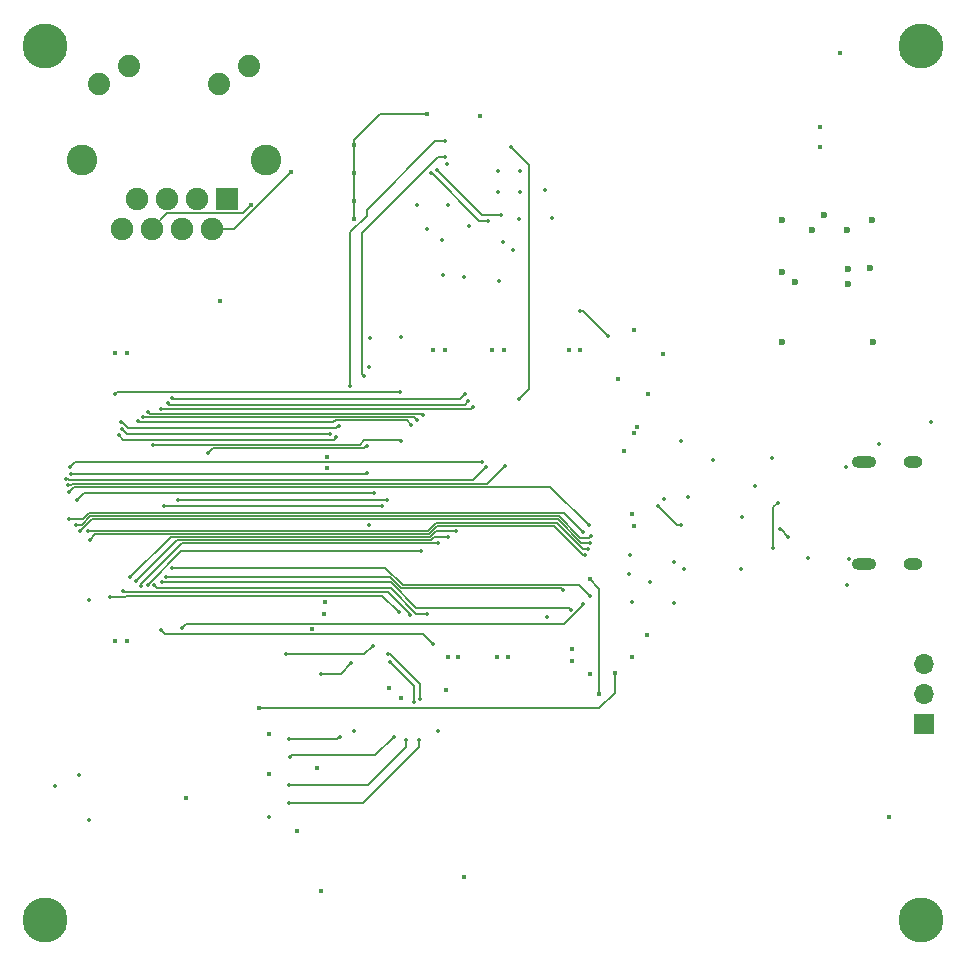
<source format=gbl>
G04 #@! TF.GenerationSoftware,KiCad,Pcbnew,8.0.5-1.fc40*
G04 #@! TF.CreationDate,2024-10-08T11:32:39-07:00*
G04 #@! TF.ProjectId,stm32simh,73746d33-3273-4696-9d68-2e6b69636164,rev?*
G04 #@! TF.SameCoordinates,Original*
G04 #@! TF.FileFunction,Copper,L4,Bot*
G04 #@! TF.FilePolarity,Positive*
%FSLAX46Y46*%
G04 Gerber Fmt 4.6, Leading zero omitted, Abs format (unit mm)*
G04 Created by KiCad (PCBNEW 8.0.5-1.fc40) date 2024-10-08 11:32:39*
%MOMM*%
%LPD*%
G01*
G04 APERTURE LIST*
G04 #@! TA.AperFunction,ComponentPad*
%ADD10C,3.800000*%
G04 #@! TD*
G04 #@! TA.AperFunction,ComponentPad*
%ADD11R,1.700000X1.700000*%
G04 #@! TD*
G04 #@! TA.AperFunction,ComponentPad*
%ADD12O,1.700000X1.700000*%
G04 #@! TD*
G04 #@! TA.AperFunction,ComponentPad*
%ADD13O,2.100000X1.000000*%
G04 #@! TD*
G04 #@! TA.AperFunction,ComponentPad*
%ADD14O,1.600000X1.000000*%
G04 #@! TD*
G04 #@! TA.AperFunction,ComponentPad*
%ADD15C,1.890000*%
G04 #@! TD*
G04 #@! TA.AperFunction,ComponentPad*
%ADD16R,1.900000X1.900000*%
G04 #@! TD*
G04 #@! TA.AperFunction,ComponentPad*
%ADD17C,1.900000*%
G04 #@! TD*
G04 #@! TA.AperFunction,ComponentPad*
%ADD18C,2.600000*%
G04 #@! TD*
G04 #@! TA.AperFunction,ViaPad*
%ADD19C,0.350000*%
G04 #@! TD*
G04 #@! TA.AperFunction,ViaPad*
%ADD20C,0.450000*%
G04 #@! TD*
G04 #@! TA.AperFunction,ViaPad*
%ADD21C,0.600000*%
G04 #@! TD*
G04 #@! TA.AperFunction,Conductor*
%ADD22C,0.203200*%
G04 #@! TD*
G04 #@! TA.AperFunction,Conductor*
%ADD23C,0.152400*%
G04 #@! TD*
G04 #@! TA.AperFunction,Conductor*
%ADD24C,0.127000*%
G04 #@! TD*
G04 APERTURE END LIST*
D10*
X186200000Y-30900000D03*
D11*
X186500000Y-88330000D03*
D12*
X186500000Y-85790000D03*
X186500000Y-83250000D03*
D13*
X181395000Y-74820000D03*
D14*
X185575000Y-74820000D03*
D13*
X181395000Y-66180000D03*
D14*
X185575000Y-66180000D03*
D15*
X116675000Y-34150000D03*
X119215000Y-32630000D03*
X126785000Y-34150000D03*
X129325000Y-32630000D03*
D16*
X127445000Y-43870000D03*
D17*
X126175000Y-46410000D03*
X124905000Y-43870000D03*
X123635000Y-46410000D03*
X122365000Y-43870000D03*
X121095000Y-46410000D03*
X119825000Y-43870000D03*
X118555000Y-46410000D03*
D18*
X130775000Y-40580000D03*
X115225000Y-40580000D03*
D10*
X112100000Y-30900000D03*
X112100000Y-104900000D03*
X186200000Y-104900000D03*
D19*
X142200000Y-55600000D03*
D20*
X183500000Y-96200000D03*
D21*
X182094800Y-45663600D03*
D20*
X135900000Y-65700000D03*
X162200000Y-63200000D03*
X161900000Y-63700000D03*
D19*
X139500000Y-71500000D03*
D20*
X142200000Y-86100000D03*
D19*
X171100000Y-70800000D03*
D20*
X133400000Y-97400000D03*
D19*
X155000000Y-45480000D03*
X182700000Y-64600000D03*
D21*
X174424000Y-55976000D03*
D20*
X179400000Y-31500000D03*
X119000000Y-56900000D03*
X146000000Y-85500000D03*
X126900000Y-52500000D03*
X161800000Y-82700000D03*
D19*
X163300000Y-76300000D03*
X152200000Y-45600000D03*
X115799998Y-77800000D03*
X147500000Y-50500000D03*
X187100000Y-62799992D03*
X161600000Y-74000000D03*
D20*
X147500000Y-101300000D03*
D19*
X152300000Y-43300000D03*
D20*
X119000000Y-81300000D03*
D19*
X173648800Y-65800000D03*
D20*
X135100000Y-92100000D03*
D19*
X145295000Y-88900000D03*
D20*
X164400000Y-57000000D03*
X134700000Y-80300000D03*
D19*
X151700000Y-48200000D03*
X165300000Y-74600000D03*
X168600000Y-66000000D03*
D20*
X157400000Y-56700000D03*
D19*
X143600000Y-44400000D03*
D20*
X177700000Y-37800000D03*
D19*
X115800000Y-96500000D03*
X161500000Y-75600000D03*
D20*
X135800000Y-78000000D03*
D19*
X165900000Y-64400000D03*
X150500000Y-50800000D03*
X166500000Y-69100000D03*
D21*
X174474800Y-50032400D03*
D20*
X150900000Y-56700000D03*
D19*
X150800000Y-47500000D03*
X172200000Y-68200000D03*
X150400000Y-41500000D03*
X146100000Y-40900000D03*
X146200000Y-44400000D03*
D21*
X174497790Y-45649002D03*
D20*
X150300000Y-82700000D03*
X148900000Y-36900000D03*
D21*
X177980000Y-45206400D03*
D19*
X145800000Y-50300000D03*
X148000000Y-46200000D03*
D20*
X161900000Y-71600000D03*
D19*
X150400000Y-43300000D03*
X179900000Y-66600000D03*
X145700000Y-47400000D03*
D20*
X145900000Y-56700000D03*
D19*
X138245000Y-88900002D03*
X161800000Y-78000000D03*
X180100000Y-74400000D03*
X154600000Y-79300000D03*
D21*
X181891600Y-49727600D03*
D20*
X146200000Y-82700000D03*
X156700000Y-83000000D03*
D19*
X176649994Y-74249994D03*
D21*
X182196400Y-55976000D03*
D19*
X165300000Y-78100000D03*
X180000000Y-76600000D03*
D20*
X124000000Y-94600000D03*
D19*
X152300000Y-41500000D03*
X139600000Y-55700000D03*
D20*
X135400000Y-102500000D03*
D19*
X112900000Y-93600000D03*
D20*
X177700000Y-39500000D03*
D19*
X131000000Y-96200000D03*
D20*
X163000000Y-80800000D03*
X163100000Y-60400000D03*
D19*
X114900000Y-92700000D03*
X144400000Y-46400000D03*
D20*
X161900000Y-55000000D03*
X130990000Y-89200000D03*
X118000000Y-56900000D03*
D19*
X171000000Y-75200000D03*
D20*
X118000000Y-81300000D03*
D19*
X166200000Y-75200000D03*
D21*
X179995400Y-46476400D03*
D20*
X158200000Y-84100000D03*
X130990000Y-92600000D03*
D19*
X164500000Y-69300000D03*
D20*
X141200000Y-85300000D03*
D21*
X180062800Y-51099200D03*
X176964000Y-46527200D03*
D19*
X154400000Y-43100000D03*
D21*
X180062800Y-49778400D03*
X175592400Y-50946800D03*
D20*
X130173400Y-87026584D03*
X160300000Y-84000000D03*
D19*
X174099996Y-69600000D03*
X173700000Y-73400000D03*
D20*
X144400000Y-36700000D03*
X138200000Y-44100000D03*
X138200000Y-39300000D03*
X138200000Y-41700000D03*
X138200000Y-45600000D03*
X158200000Y-76100000D03*
X159000000Y-85800000D03*
D19*
X175001198Y-72501208D03*
X174284799Y-71835913D03*
X137000000Y-89400000D03*
X132700000Y-89600000D03*
X132800000Y-91100000D03*
X141600000Y-89400000D03*
X138000000Y-83200000D03*
X135400000Y-84100000D03*
X143825608Y-86189378D03*
X141087500Y-82400000D03*
X143749999Y-89698800D03*
X132700000Y-95000000D03*
X143295422Y-86495422D03*
X141300000Y-83100000D03*
X142645001Y-89698800D03*
X132700000Y-93500000D03*
X132500000Y-82400000D03*
X139800000Y-81700000D03*
D20*
X132887498Y-41600000D03*
X129500000Y-44400000D03*
D19*
X150676836Y-45232320D03*
X145284199Y-41415801D03*
X144733272Y-41655576D03*
X149527247Y-45720820D03*
X145900000Y-38999996D03*
X137900000Y-59700000D03*
X139100000Y-58900000D03*
X145900000Y-40300006D03*
X118300000Y-63900000D03*
X136732601Y-64049459D03*
X114300000Y-67200000D03*
X139300000Y-67100000D03*
X136913642Y-63072459D03*
X118500000Y-62800000D03*
X156587500Y-78700000D03*
X122000000Y-76357500D03*
X121900000Y-61700000D03*
X148300000Y-61500000D03*
X143087500Y-63000000D03*
X119895422Y-62704578D03*
X151500000Y-39500000D03*
X152200000Y-60800000D03*
X149415002Y-66620002D03*
X113819998Y-67560002D03*
X144400000Y-79000000D03*
X121300000Y-76611500D03*
X139300004Y-64800000D03*
X125900000Y-65400000D03*
X157800000Y-74000000D03*
X115833744Y-72733744D03*
X165900000Y-71500000D03*
X163950000Y-69850000D03*
X143587500Y-62600000D03*
X120374772Y-62343710D03*
X118600000Y-63400000D03*
X136202106Y-63769140D03*
X158300000Y-72400000D03*
X114700000Y-71488500D03*
X123700000Y-80200000D03*
X157600000Y-78200000D03*
X146900000Y-72027500D03*
X119300000Y-75900000D03*
X143900000Y-73700000D03*
X120750000Y-76611500D03*
X114788500Y-69354578D03*
X139900000Y-68800000D03*
X122500000Y-61200000D03*
X147900004Y-61000000D03*
X121200000Y-64700000D03*
X142200000Y-64400000D03*
X118700000Y-77111500D03*
X143000000Y-79100000D03*
X147587500Y-60400000D03*
X122850000Y-60750000D03*
X122100000Y-69900000D03*
X140600000Y-69900000D03*
X158173400Y-77500000D03*
X122800000Y-75100000D03*
X122339795Y-75862988D03*
X155900000Y-77000000D03*
X151000000Y-66500000D03*
X114000000Y-68100000D03*
X157399996Y-53400000D03*
X159700000Y-55500000D03*
X158000000Y-73500000D03*
X115682672Y-72038282D03*
X158100000Y-71500004D03*
X114056412Y-68733079D03*
X120152530Y-76666574D03*
X145300000Y-73004502D03*
X144100000Y-62200000D03*
X120818464Y-61963072D03*
X142000000Y-78900000D03*
X117532864Y-77576291D03*
X142087500Y-60200000D03*
X118000000Y-60400000D03*
X141000000Y-69400000D03*
X123300000Y-69400000D03*
X115066721Y-71963388D03*
X158200000Y-73000000D03*
X146200000Y-72516000D03*
X119800000Y-76200000D03*
X144900000Y-81600000D03*
X121900000Y-80400000D03*
X149100000Y-66200000D03*
X114154478Y-66617912D03*
X157600000Y-72100000D03*
X114100000Y-71000000D03*
X139460002Y-58119998D03*
D20*
X147000000Y-82700000D03*
X144900000Y-56700000D03*
X149900000Y-56700000D03*
X151300000Y-82700000D03*
X161100000Y-65200004D03*
X161800000Y-70600000D03*
X160600000Y-59100000D03*
X156700000Y-82023400D03*
X135700000Y-79000000D03*
X156400000Y-56700000D03*
X135900000Y-66700000D03*
D22*
X158973416Y-87026584D02*
X130173400Y-87026584D01*
X160300000Y-85700000D02*
X158973416Y-87026584D01*
X160300000Y-84000000D02*
X160300000Y-85700000D01*
D23*
X174099996Y-69600000D02*
X173700000Y-69999996D01*
X173700000Y-69999996D02*
X173700000Y-73400000D01*
D22*
X138200000Y-41700000D02*
X138200000Y-39300000D01*
X138200000Y-39300000D02*
X138200000Y-38900000D01*
X138200000Y-38900000D02*
X140400000Y-36700000D01*
X138200000Y-44100000D02*
X138200000Y-41700000D01*
X138200000Y-45600000D02*
X138200000Y-44100000D01*
X140400000Y-36700000D02*
X144400000Y-36700000D01*
X159000000Y-76900000D02*
X158200000Y-76100000D01*
X159000000Y-85800000D02*
X159000000Y-76900000D01*
D24*
X174284799Y-71835913D02*
X174335903Y-71835913D01*
X174335903Y-71835913D02*
X175001198Y-72501208D01*
D22*
X132700000Y-89600000D02*
X136800000Y-89600000D01*
X136800000Y-89600000D02*
X137000000Y-89400000D01*
X132900000Y-91000000D02*
X140000000Y-91000000D01*
X140000000Y-91000000D02*
X141600000Y-89400000D01*
X132800000Y-91100000D02*
X132900000Y-91000000D01*
X137100000Y-84100000D02*
X135400000Y-84100000D01*
X138000000Y-83200000D02*
X137100000Y-84100000D01*
D24*
X141300000Y-82400000D02*
X141087500Y-82400000D01*
D22*
X143749999Y-90250001D02*
X143749999Y-89698800D01*
D24*
X143825608Y-84925608D02*
X141300000Y-82400000D01*
D22*
X132700000Y-95000000D02*
X139000000Y-95000000D01*
X139000000Y-95000000D02*
X143749999Y-90250001D01*
D24*
X143825608Y-86189378D02*
X143825608Y-84925608D01*
D22*
X139400000Y-93500000D02*
X142645001Y-90254999D01*
D24*
X143295422Y-85095422D02*
X141300000Y-83100000D01*
D22*
X142645001Y-90254999D02*
X142645001Y-89698800D01*
D24*
X143295422Y-86495422D02*
X143295422Y-85095422D01*
D22*
X132700000Y-93500000D02*
X139400000Y-93500000D01*
X139100000Y-82400000D02*
X132500000Y-82400000D01*
X139800000Y-81700000D02*
X139100000Y-82400000D01*
D24*
X128077498Y-46410000D02*
X132887498Y-41600000D01*
X126175000Y-46410000D02*
X128077498Y-46410000D01*
X121095000Y-46410000D02*
X122405000Y-45100000D01*
X128800000Y-45100000D02*
X129500000Y-44400000D01*
X122405000Y-45100000D02*
X128800000Y-45100000D01*
X150676836Y-45232320D02*
X149100718Y-45232320D01*
X149100718Y-45232320D02*
X145284199Y-41415801D01*
X144788848Y-41711152D02*
X144733272Y-41655576D01*
X149527247Y-45720820D02*
X148798516Y-45720820D01*
X148798516Y-45720820D02*
X144788848Y-41711152D01*
D23*
X137900000Y-59700000D02*
X137900000Y-46700000D01*
X139300000Y-44800000D02*
X145100004Y-38999996D01*
X145100004Y-38999996D02*
X145900000Y-38999996D01*
X139300000Y-45300000D02*
X139300000Y-44800000D01*
X137900000Y-46700000D02*
X139300000Y-45300000D01*
X145344117Y-40300006D02*
X138900000Y-46744123D01*
X138900000Y-58700000D02*
X139100000Y-58900000D01*
X145900000Y-40300006D02*
X145344117Y-40300006D01*
X138900000Y-46744123D02*
X138900000Y-58700000D01*
D24*
X118679000Y-64279000D02*
X136503060Y-64279000D01*
X136503060Y-64279000D02*
X136732601Y-64049459D01*
X118300000Y-63900000D02*
X118679000Y-64279000D01*
X114300000Y-67200000D02*
X139200000Y-67200000D01*
X139200000Y-67200000D02*
X139300000Y-67100000D01*
X119084778Y-63300000D02*
X136686101Y-63300000D01*
X136686101Y-63300000D02*
X136913642Y-63072459D01*
X118584778Y-62800000D02*
X119084778Y-63300000D01*
X118500000Y-62800000D02*
X118584778Y-62800000D01*
X141357500Y-76357500D02*
X143513500Y-78513500D01*
X143513500Y-78513500D02*
X156401000Y-78513500D01*
X156401000Y-78513500D02*
X156587500Y-78700000D01*
X122000000Y-76357500D02*
X141357500Y-76357500D01*
X121900000Y-61700000D02*
X148100000Y-61700000D01*
X148100000Y-61700000D02*
X148300000Y-61500000D01*
X136711298Y-62583959D02*
X136481757Y-62813500D01*
X136481757Y-62813500D02*
X120004344Y-62813500D01*
X142671459Y-62583959D02*
X136711298Y-62583959D01*
X120004344Y-62813500D02*
X119895422Y-62704578D01*
X143087500Y-63000000D02*
X142671459Y-62583959D01*
X151500000Y-39500000D02*
X153000000Y-41000000D01*
X153000000Y-41000000D02*
X153000000Y-60000000D01*
X153000000Y-60000000D02*
X152200000Y-60800000D01*
X114105656Y-67696500D02*
X113969158Y-67560002D01*
X149415002Y-66620002D02*
X148338504Y-67696500D01*
X113969158Y-67560002D02*
X113819998Y-67560002D01*
X148338504Y-67696500D02*
X114105656Y-67696500D01*
X141346000Y-76846000D02*
X121534500Y-76846000D01*
X121534500Y-76846000D02*
X121300000Y-76611500D01*
X144400000Y-79000000D02*
X143500000Y-79000000D01*
X143500000Y-79000000D02*
X141346000Y-76846000D01*
X125900000Y-65400000D02*
X126300000Y-65000000D01*
X139100004Y-65000000D02*
X139300004Y-64800000D01*
X126300000Y-65000000D02*
X139100004Y-65000000D01*
X145256236Y-71539000D02*
X144552736Y-72242500D01*
X157650001Y-74000000D02*
X155189001Y-71539000D01*
X157800000Y-74000000D02*
X157650001Y-74000000D01*
X116324988Y-72242500D02*
X115833744Y-72733744D01*
X155189001Y-71539000D02*
X145256236Y-71539000D01*
X144552736Y-72242500D02*
X116324988Y-72242500D01*
X165600000Y-71500000D02*
X163950000Y-69850000D01*
X165900000Y-71500000D02*
X165600000Y-71500000D01*
X136559475Y-62376572D02*
X120407634Y-62376572D01*
X136606088Y-62329959D02*
X136559475Y-62376572D01*
X143317459Y-62329959D02*
X136606088Y-62329959D01*
X120407634Y-62376572D02*
X120374772Y-62343710D01*
X143587500Y-62600000D02*
X143317459Y-62329959D01*
X118969140Y-63769140D02*
X136202106Y-63769140D01*
X118600000Y-63400000D02*
X118969140Y-63769140D01*
X115182399Y-71488500D02*
X114700000Y-71488500D01*
X155566656Y-70757500D02*
X115913399Y-70757500D01*
X158111500Y-72588500D02*
X157397656Y-72588500D01*
X157397656Y-72588500D02*
X155566656Y-70757500D01*
X158300000Y-72400000D02*
X158111500Y-72588500D01*
X115913399Y-70757500D02*
X115182399Y-71488500D01*
X124038500Y-79861500D02*
X156038500Y-79861500D01*
X156038500Y-79861500D02*
X157600000Y-78300000D01*
X157600000Y-78300000D02*
X157600000Y-78200000D01*
X123700000Y-80200000D02*
X124038500Y-79861500D01*
X122703500Y-72496500D02*
X144657946Y-72496500D01*
X144657946Y-72496500D02*
X145126946Y-72027500D01*
X145126946Y-72027500D02*
X146900000Y-72027500D01*
X119300000Y-75900000D02*
X122703500Y-72496500D01*
X120750000Y-76550000D02*
X123600000Y-73700000D01*
X120750000Y-76611500D02*
X120750000Y-76550000D01*
X123600000Y-73700000D02*
X143900000Y-73700000D01*
X115343078Y-68800000D02*
X114788500Y-69354578D01*
X139900000Y-68800000D02*
X115343078Y-68800000D01*
X122600000Y-61300000D02*
X147600004Y-61300000D01*
X147600004Y-61300000D02*
X147900004Y-61000000D01*
X122500000Y-61200000D02*
X122600000Y-61300000D01*
X142200000Y-64400000D02*
X142111500Y-64311500D01*
X139097656Y-64311500D02*
X138709156Y-64700000D01*
X138709156Y-64700000D02*
X121200000Y-64700000D01*
X142111500Y-64311500D02*
X139097656Y-64311500D01*
X118711500Y-77123000D02*
X118700000Y-77111500D01*
X143000000Y-79100000D02*
X143000000Y-79000000D01*
X141123000Y-77123000D02*
X118711500Y-77123000D01*
X143000000Y-79000000D02*
X141123000Y-77123000D01*
X147187500Y-60800000D02*
X122900000Y-60800000D01*
X122900000Y-60800000D02*
X122850000Y-60750000D01*
X147587500Y-60400000D02*
X147187500Y-60800000D01*
X140600000Y-69900000D02*
X122100000Y-69900000D01*
X122800000Y-75100000D02*
X140859210Y-75100000D01*
X142343210Y-76584000D02*
X157257400Y-76584000D01*
X140859210Y-75100000D02*
X142343210Y-76584000D01*
X157257400Y-76584000D02*
X158173400Y-77500000D01*
X122339795Y-75862988D02*
X141262988Y-75862988D01*
X141262988Y-75862988D02*
X142238000Y-76838000D01*
X155738000Y-76838000D02*
X155900000Y-77000000D01*
X142238000Y-76838000D02*
X155738000Y-76838000D01*
X114438281Y-67992000D02*
X149508000Y-67992000D01*
X114283781Y-68146500D02*
X114438281Y-67992000D01*
X114000000Y-68100000D02*
X114046500Y-68146500D01*
X149508000Y-67992000D02*
X151000000Y-66500000D01*
X114046500Y-68146500D02*
X114283781Y-68146500D01*
X159700000Y-55500000D02*
X157600000Y-53400000D01*
X157600000Y-53400000D02*
X157399996Y-53400000D01*
X144447526Y-71988500D02*
X115732454Y-71988500D01*
X155375736Y-71285000D02*
X145151026Y-71285000D01*
X158000000Y-73500000D02*
X157590736Y-73500000D01*
X145151026Y-71285000D02*
X144447526Y-71988500D01*
X157590736Y-73500000D02*
X155375736Y-71285000D01*
X115732454Y-71988500D02*
X115682672Y-72038282D01*
X154845996Y-68246000D02*
X158100000Y-71500004D01*
X114056412Y-68733079D02*
X114543491Y-68246000D01*
X114543491Y-68246000D02*
X154845996Y-68246000D01*
X120152530Y-76666574D02*
X120152530Y-76518126D01*
X120152530Y-76518126D02*
X123666154Y-73004502D01*
X123666154Y-73004502D02*
X145300000Y-73004502D01*
X136500878Y-62075959D02*
X136463337Y-62113500D01*
X136463337Y-62113500D02*
X120968892Y-62113500D01*
X144100000Y-62200000D02*
X143975959Y-62075959D01*
X143975959Y-62075959D02*
X136500878Y-62075959D01*
X120968892Y-62113500D02*
X120818464Y-61963072D01*
X142000000Y-78900000D02*
X140600000Y-77500000D01*
X140600000Y-77500000D02*
X118896278Y-77500000D01*
X118819987Y-77576291D02*
X117532864Y-77576291D01*
X118896278Y-77500000D02*
X118819987Y-77576291D01*
X142087500Y-60200000D02*
X118200000Y-60200000D01*
X118200000Y-60200000D02*
X118000000Y-60400000D01*
X141000000Y-69400000D02*
X123300000Y-69400000D01*
X158200000Y-73000000D02*
X157449946Y-73000000D01*
X157449946Y-73000000D02*
X155461446Y-71011500D01*
X155461446Y-71011500D02*
X116018609Y-71011500D01*
X116018609Y-71011500D02*
X115066721Y-71963388D01*
X123249500Y-72750500D02*
X144763156Y-72750500D01*
X144763156Y-72750500D02*
X144997656Y-72516000D01*
X144997656Y-72516000D02*
X146200000Y-72516000D01*
X119800000Y-76200000D02*
X123249500Y-72750500D01*
D23*
X121900000Y-80400000D02*
X122228200Y-80728200D01*
X144028200Y-80728200D02*
X144900000Y-81600000D01*
X122228200Y-80728200D02*
X144028200Y-80728200D01*
D24*
X114572390Y-66200000D02*
X114154478Y-66617912D01*
X149100000Y-66200000D02*
X114572390Y-66200000D01*
X114100000Y-71000000D02*
X115311689Y-71000000D01*
X115808189Y-70503500D02*
X156003500Y-70503500D01*
X115311689Y-71000000D02*
X115808189Y-70503500D01*
X156003500Y-70503500D02*
X157600000Y-72100000D01*
M02*

</source>
